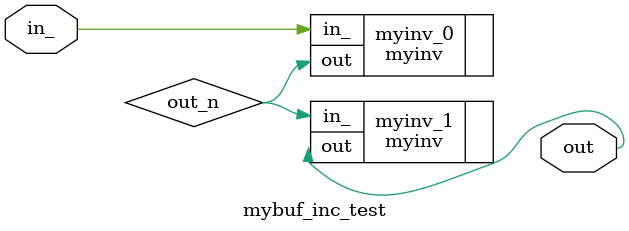
<source format=v>
`include "myinv.v"

module mybuf_inc_test(
    input in_,
    output out
);

    wire out_n;

    myinv myinv_0 (.in_(in_), .out(out_n));
    myinv myinv_1 (.in_(out_n), .out(out));

endmodule

</source>
